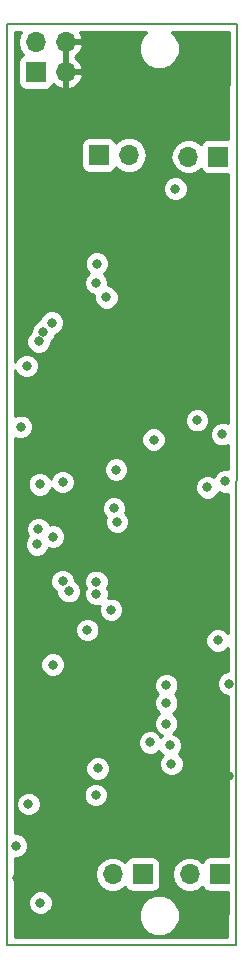
<source format=gbr>
G04 #@! TF.GenerationSoftware,KiCad,Pcbnew,5.0.2-bee76a0~70~ubuntu18.04.1*
G04 #@! TF.CreationDate,2019-12-03T11:06:18+01:00*
G04 #@! TF.ProjectId,instrumnet,696e7374-7275-46d6-9e65-742e6b696361,rev?*
G04 #@! TF.SameCoordinates,Original*
G04 #@! TF.FileFunction,Copper,L2,Inr*
G04 #@! TF.FilePolarity,Positive*
%FSLAX46Y46*%
G04 Gerber Fmt 4.6, Leading zero omitted, Abs format (unit mm)*
G04 Created by KiCad (PCBNEW 5.0.2-bee76a0~70~ubuntu18.04.1) date Tue 03 Dec 2019 11:06:18 AM CET*
%MOMM*%
%LPD*%
G01*
G04 APERTURE LIST*
G04 #@! TA.AperFunction,NonConductor*
%ADD10C,0.150000*%
G04 #@! TD*
G04 #@! TA.AperFunction,ViaPad*
%ADD11R,1.700000X1.700000*%
G04 #@! TD*
G04 #@! TA.AperFunction,ViaPad*
%ADD12O,1.700000X1.700000*%
G04 #@! TD*
G04 #@! TA.AperFunction,ViaPad*
%ADD13C,0.800000*%
G04 #@! TD*
G04 #@! TA.AperFunction,Conductor*
%ADD14C,0.254000*%
G04 #@! TD*
G04 APERTURE END LIST*
D10*
X125000000Y-64000000D02*
X144500000Y-64000000D01*
X125000000Y-142000000D02*
X125000000Y-64000000D01*
X144400000Y-142000000D02*
X125000000Y-142000000D01*
X144500000Y-64000000D02*
X144400000Y-142000000D01*
D11*
G04 #@! TO.N,/in+*
G04 #@! TO.C,458_IN1*
X132810000Y-75110000D03*
D12*
G04 #@! TO.N,/in-*
X135350000Y-75110000D03*
G04 #@! TD*
G04 #@! TO.N,/out-*
G04 #@! TO.C,485_OUT1*
X140380000Y-75240000D03*
D11*
G04 #@! TO.N,/out+*
X142920000Y-75240000D03*
G04 #@! TD*
D12*
G04 #@! TO.N,GND*
G04 #@! TO.C,J1*
X130000000Y-65540000D03*
X130000000Y-68080000D03*
G04 #@! TO.N,Net-(D7-Pad1)*
X127460000Y-65540000D03*
D11*
X127460000Y-68080000D03*
G04 #@! TD*
G04 #@! TO.N,Net-(D2-Pad2)*
G04 #@! TO.C,J3*
X143040000Y-136000000D03*
D12*
G04 #@! TO.N,Net-(D2-Pad1)*
X140500000Y-136000000D03*
G04 #@! TD*
G04 #@! TO.N,Net-(D1-Pad1)*
G04 #@! TO.C,J2*
X133960000Y-136000000D03*
D11*
G04 #@! TO.N,Net-(D1-Pad2)*
X136500000Y-136000000D03*
G04 #@! TD*
D13*
G04 #@! TO.N,GND*
X138589855Y-101975010D03*
X125850000Y-136300000D03*
X142859849Y-114710000D03*
X135115000Y-116010000D03*
X137090000Y-92920000D03*
X140780000Y-92870000D03*
X135420000Y-68910000D03*
X140090000Y-68030000D03*
X138110000Y-128550000D03*
X138500009Y-130000008D03*
X138610000Y-115477136D03*
X131100000Y-81500000D03*
X128630000Y-81500000D03*
X128572875Y-83077214D03*
X128700010Y-79759758D03*
X127350000Y-79544998D03*
X127300000Y-83295002D03*
X131270000Y-83030000D03*
X131141408Y-79717897D03*
X126090000Y-105000000D03*
X126990000Y-105010000D03*
X127900000Y-105000000D03*
X126087050Y-81266858D03*
X143825000Y-127649998D03*
X128495403Y-113036994D03*
X135890000Y-78150000D03*
X137920000Y-75680000D03*
X140417390Y-115800860D03*
X128016000Y-121412000D03*
X128900010Y-101200000D03*
X129000000Y-85700000D03*
X130100000Y-93300000D03*
X131300000Y-123600000D03*
X132430000Y-131080000D03*
X131310000Y-120110000D03*
G04 #@! TO.N,+3V3*
X141120000Y-97570000D03*
X137430000Y-99200000D03*
X138950000Y-126660000D03*
X126180000Y-98120000D03*
X132700000Y-127050000D03*
X128900000Y-107420000D03*
X129730000Y-102800000D03*
X127862000Y-138412000D03*
X126840000Y-130060000D03*
X125775000Y-133586000D03*
X126699990Y-92964999D03*
X127680000Y-106775000D03*
X127560000Y-108080000D03*
G04 #@! TO.N,+5V*
X139280000Y-77960000D03*
X133450000Y-87170000D03*
X132570000Y-85950000D03*
X128800000Y-89300000D03*
X132630000Y-84300000D03*
X127800000Y-103000000D03*
X127700000Y-90900000D03*
X128100000Y-90100000D03*
G04 #@! TO.N,Net-(C4-Pad2)*
X143823515Y-119869562D03*
G04 #@! TO.N,Net-(C4-Pad1)*
X138800000Y-125080000D03*
G04 #@! TO.N,Net-(C3-Pad2)*
X137140002Y-124850000D03*
G04 #@! TO.N,Net-(C3-Pad1)*
X132545010Y-129290000D03*
G04 #@! TO.N,rxd_3v3*
X129725447Y-111188387D03*
X132589221Y-111248571D03*
G04 #@! TO.N,txd_3v3*
X130243232Y-112045842D03*
X132593265Y-112250000D03*
G04 #@! TO.N,do*
X138500000Y-120000000D03*
G04 #@! TO.N,cs_1*
X138500000Y-123250000D03*
G04 #@! TO.N,cs_0*
X138500000Y-121500000D03*
G04 #@! TO.N,sck*
X142000000Y-103250000D03*
G04 #@! TO.N,miso*
X143250000Y-98750000D03*
G04 #@! TO.N,mosi*
X143500000Y-102750000D03*
G04 #@! TO.N,reset*
X131820000Y-115320000D03*
X142864135Y-116210245D03*
X128890000Y-118250000D03*
G04 #@! TO.N,Net-(TP4-Pad1)*
X134348801Y-106158752D03*
G04 #@! TO.N,Net-(TP3-Pad1)*
X134077813Y-105021443D03*
G04 #@! TO.N,Net-(TP2-Pad1)*
X134250022Y-101739827D03*
G04 #@! TO.N,led*
X133840000Y-113620000D03*
G04 #@! TD*
D14*
G04 #@! TO.N,GND*
G36*
X126061161Y-64960582D02*
X125945908Y-65540000D01*
X126061161Y-66119418D01*
X126389375Y-66610625D01*
X126407619Y-66622816D01*
X126362235Y-66631843D01*
X126152191Y-66772191D01*
X126011843Y-66982235D01*
X125962560Y-67230000D01*
X125962560Y-68930000D01*
X126011843Y-69177765D01*
X126152191Y-69387809D01*
X126362235Y-69528157D01*
X126610000Y-69577440D01*
X128310000Y-69577440D01*
X128557765Y-69528157D01*
X128767809Y-69387809D01*
X128908157Y-69177765D01*
X128928739Y-69074292D01*
X129233076Y-69351645D01*
X129643110Y-69521476D01*
X129873000Y-69400155D01*
X129873000Y-68207000D01*
X130127000Y-68207000D01*
X130127000Y-69400155D01*
X130356890Y-69521476D01*
X130766924Y-69351645D01*
X131195183Y-68961358D01*
X131441486Y-68436892D01*
X131320819Y-68207000D01*
X130127000Y-68207000D01*
X129873000Y-68207000D01*
X129853000Y-68207000D01*
X129853000Y-67953000D01*
X129873000Y-67953000D01*
X129873000Y-65667000D01*
X130127000Y-65667000D01*
X130127000Y-67953000D01*
X131320819Y-67953000D01*
X131441486Y-67723108D01*
X131195183Y-67198642D01*
X130768729Y-66810000D01*
X131195183Y-66421358D01*
X131441486Y-65896892D01*
X131320819Y-65667000D01*
X130127000Y-65667000D01*
X129873000Y-65667000D01*
X129853000Y-65667000D01*
X129853000Y-65413000D01*
X129873000Y-65413000D01*
X129873000Y-65393000D01*
X130127000Y-65393000D01*
X130127000Y-65413000D01*
X131320819Y-65413000D01*
X131441486Y-65183108D01*
X131219302Y-64710000D01*
X136836339Y-64710000D01*
X136429138Y-65117201D01*
X136165000Y-65754887D01*
X136165000Y-66445113D01*
X136429138Y-67082799D01*
X136917201Y-67570862D01*
X137554887Y-67835000D01*
X138245113Y-67835000D01*
X138882799Y-67570862D01*
X139370862Y-67082799D01*
X139635000Y-66445113D01*
X139635000Y-65754887D01*
X139370862Y-65117201D01*
X138963661Y-64710000D01*
X143789090Y-64710000D01*
X143777508Y-73744053D01*
X143770000Y-73742560D01*
X142070000Y-73742560D01*
X141822235Y-73791843D01*
X141612191Y-73932191D01*
X141471843Y-74142235D01*
X141462816Y-74187619D01*
X141450625Y-74169375D01*
X140959418Y-73841161D01*
X140526256Y-73755000D01*
X140233744Y-73755000D01*
X139800582Y-73841161D01*
X139309375Y-74169375D01*
X138981161Y-74660582D01*
X138865908Y-75240000D01*
X138981161Y-75819418D01*
X139309375Y-76310625D01*
X139800582Y-76638839D01*
X140233744Y-76725000D01*
X140526256Y-76725000D01*
X140959418Y-76638839D01*
X141450625Y-76310625D01*
X141462816Y-76292381D01*
X141471843Y-76337765D01*
X141612191Y-76547809D01*
X141822235Y-76688157D01*
X142070000Y-76737440D01*
X143770000Y-76737440D01*
X143773671Y-76736710D01*
X143746621Y-97835431D01*
X143455874Y-97715000D01*
X143044126Y-97715000D01*
X142663720Y-97872569D01*
X142372569Y-98163720D01*
X142215000Y-98544126D01*
X142215000Y-98955874D01*
X142372569Y-99336280D01*
X142663720Y-99627431D01*
X143044126Y-99785000D01*
X143455874Y-99785000D01*
X143744275Y-99665541D01*
X143741628Y-101729810D01*
X143705874Y-101715000D01*
X143294126Y-101715000D01*
X142913720Y-101872569D01*
X142622569Y-102163720D01*
X142543415Y-102354814D01*
X142205874Y-102215000D01*
X141794126Y-102215000D01*
X141413720Y-102372569D01*
X141122569Y-102663720D01*
X140965000Y-103044126D01*
X140965000Y-103455874D01*
X141122569Y-103836280D01*
X141413720Y-104127431D01*
X141794126Y-104285000D01*
X142205874Y-104285000D01*
X142586280Y-104127431D01*
X142877431Y-103836280D01*
X142956585Y-103645186D01*
X143294126Y-103785000D01*
X143705874Y-103785000D01*
X143739011Y-103771274D01*
X143723838Y-115606237D01*
X143450415Y-115332814D01*
X143070009Y-115175245D01*
X142658261Y-115175245D01*
X142277855Y-115332814D01*
X141986704Y-115623965D01*
X141829135Y-116004371D01*
X141829135Y-116416119D01*
X141986704Y-116796525D01*
X142277855Y-117087676D01*
X142658261Y-117245245D01*
X143070009Y-117245245D01*
X143450415Y-117087676D01*
X143722287Y-116815804D01*
X143719699Y-118834562D01*
X143617641Y-118834562D01*
X143237235Y-118992131D01*
X142946084Y-119283282D01*
X142788515Y-119663688D01*
X142788515Y-120075436D01*
X142946084Y-120455842D01*
X143237235Y-120746993D01*
X143617641Y-120904562D01*
X143717045Y-120904562D01*
X143699612Y-134502560D01*
X142190000Y-134502560D01*
X141942235Y-134551843D01*
X141732191Y-134692191D01*
X141591843Y-134902235D01*
X141582816Y-134947619D01*
X141570625Y-134929375D01*
X141079418Y-134601161D01*
X140646256Y-134515000D01*
X140353744Y-134515000D01*
X139920582Y-134601161D01*
X139429375Y-134929375D01*
X139101161Y-135420582D01*
X138985908Y-136000000D01*
X139101161Y-136579418D01*
X139429375Y-137070625D01*
X139920582Y-137398839D01*
X140353744Y-137485000D01*
X140646256Y-137485000D01*
X141079418Y-137398839D01*
X141570625Y-137070625D01*
X141582816Y-137052381D01*
X141591843Y-137097765D01*
X141732191Y-137307809D01*
X141942235Y-137448157D01*
X142190000Y-137497440D01*
X143695772Y-137497440D01*
X143690910Y-141290000D01*
X125710000Y-141290000D01*
X125710000Y-138206126D01*
X126827000Y-138206126D01*
X126827000Y-138617874D01*
X126984569Y-138998280D01*
X127275720Y-139289431D01*
X127656126Y-139447000D01*
X128067874Y-139447000D01*
X128448280Y-139289431D01*
X128582824Y-139154887D01*
X136165000Y-139154887D01*
X136165000Y-139845113D01*
X136429138Y-140482799D01*
X136917201Y-140970862D01*
X137554887Y-141235000D01*
X138245113Y-141235000D01*
X138882799Y-140970862D01*
X139370862Y-140482799D01*
X139635000Y-139845113D01*
X139635000Y-139154887D01*
X139370862Y-138517201D01*
X138882799Y-138029138D01*
X138245113Y-137765000D01*
X137554887Y-137765000D01*
X136917201Y-138029138D01*
X136429138Y-138517201D01*
X136165000Y-139154887D01*
X128582824Y-139154887D01*
X128739431Y-138998280D01*
X128897000Y-138617874D01*
X128897000Y-138206126D01*
X128739431Y-137825720D01*
X128448280Y-137534569D01*
X128067874Y-137377000D01*
X127656126Y-137377000D01*
X127275720Y-137534569D01*
X126984569Y-137825720D01*
X126827000Y-138206126D01*
X125710000Y-138206126D01*
X125710000Y-136000000D01*
X132445908Y-136000000D01*
X132561161Y-136579418D01*
X132889375Y-137070625D01*
X133380582Y-137398839D01*
X133813744Y-137485000D01*
X134106256Y-137485000D01*
X134539418Y-137398839D01*
X135030625Y-137070625D01*
X135042816Y-137052381D01*
X135051843Y-137097765D01*
X135192191Y-137307809D01*
X135402235Y-137448157D01*
X135650000Y-137497440D01*
X137350000Y-137497440D01*
X137597765Y-137448157D01*
X137807809Y-137307809D01*
X137948157Y-137097765D01*
X137997440Y-136850000D01*
X137997440Y-135150000D01*
X137948157Y-134902235D01*
X137807809Y-134692191D01*
X137597765Y-134551843D01*
X137350000Y-134502560D01*
X135650000Y-134502560D01*
X135402235Y-134551843D01*
X135192191Y-134692191D01*
X135051843Y-134902235D01*
X135042816Y-134947619D01*
X135030625Y-134929375D01*
X134539418Y-134601161D01*
X134106256Y-134515000D01*
X133813744Y-134515000D01*
X133380582Y-134601161D01*
X132889375Y-134929375D01*
X132561161Y-135420582D01*
X132445908Y-136000000D01*
X125710000Y-136000000D01*
X125710000Y-134621000D01*
X125980874Y-134621000D01*
X126361280Y-134463431D01*
X126652431Y-134172280D01*
X126810000Y-133791874D01*
X126810000Y-133380126D01*
X126652431Y-132999720D01*
X126361280Y-132708569D01*
X125980874Y-132551000D01*
X125710000Y-132551000D01*
X125710000Y-129854126D01*
X125805000Y-129854126D01*
X125805000Y-130265874D01*
X125962569Y-130646280D01*
X126253720Y-130937431D01*
X126634126Y-131095000D01*
X127045874Y-131095000D01*
X127426280Y-130937431D01*
X127717431Y-130646280D01*
X127875000Y-130265874D01*
X127875000Y-129854126D01*
X127717431Y-129473720D01*
X127426280Y-129182569D01*
X127188618Y-129084126D01*
X131510010Y-129084126D01*
X131510010Y-129495874D01*
X131667579Y-129876280D01*
X131958730Y-130167431D01*
X132339136Y-130325000D01*
X132750884Y-130325000D01*
X133131290Y-130167431D01*
X133422441Y-129876280D01*
X133580010Y-129495874D01*
X133580010Y-129084126D01*
X133422441Y-128703720D01*
X133131290Y-128412569D01*
X132750884Y-128255000D01*
X132339136Y-128255000D01*
X131958730Y-128412569D01*
X131667579Y-128703720D01*
X131510010Y-129084126D01*
X127188618Y-129084126D01*
X127045874Y-129025000D01*
X126634126Y-129025000D01*
X126253720Y-129182569D01*
X125962569Y-129473720D01*
X125805000Y-129854126D01*
X125710000Y-129854126D01*
X125710000Y-126844126D01*
X131665000Y-126844126D01*
X131665000Y-127255874D01*
X131822569Y-127636280D01*
X132113720Y-127927431D01*
X132494126Y-128085000D01*
X132905874Y-128085000D01*
X133286280Y-127927431D01*
X133577431Y-127636280D01*
X133735000Y-127255874D01*
X133735000Y-126844126D01*
X133577431Y-126463720D01*
X133286280Y-126172569D01*
X132905874Y-126015000D01*
X132494126Y-126015000D01*
X132113720Y-126172569D01*
X131822569Y-126463720D01*
X131665000Y-126844126D01*
X125710000Y-126844126D01*
X125710000Y-124644126D01*
X136105002Y-124644126D01*
X136105002Y-125055874D01*
X136262571Y-125436280D01*
X136553722Y-125727431D01*
X136934128Y-125885000D01*
X137345876Y-125885000D01*
X137726282Y-125727431D01*
X137882989Y-125570724D01*
X137922569Y-125666280D01*
X138201289Y-125945000D01*
X138072569Y-126073720D01*
X137915000Y-126454126D01*
X137915000Y-126865874D01*
X138072569Y-127246280D01*
X138363720Y-127537431D01*
X138744126Y-127695000D01*
X139155874Y-127695000D01*
X139536280Y-127537431D01*
X139827431Y-127246280D01*
X139985000Y-126865874D01*
X139985000Y-126454126D01*
X139827431Y-126073720D01*
X139548711Y-125795000D01*
X139677431Y-125666280D01*
X139835000Y-125285874D01*
X139835000Y-124874126D01*
X139677431Y-124493720D01*
X139386280Y-124202569D01*
X139121017Y-124092694D01*
X139377431Y-123836280D01*
X139535000Y-123455874D01*
X139535000Y-123044126D01*
X139377431Y-122663720D01*
X139088711Y-122375000D01*
X139377431Y-122086280D01*
X139535000Y-121705874D01*
X139535000Y-121294126D01*
X139377431Y-120913720D01*
X139213711Y-120750000D01*
X139377431Y-120586280D01*
X139535000Y-120205874D01*
X139535000Y-119794126D01*
X139377431Y-119413720D01*
X139086280Y-119122569D01*
X138705874Y-118965000D01*
X138294126Y-118965000D01*
X137913720Y-119122569D01*
X137622569Y-119413720D01*
X137465000Y-119794126D01*
X137465000Y-120205874D01*
X137622569Y-120586280D01*
X137786289Y-120750000D01*
X137622569Y-120913720D01*
X137465000Y-121294126D01*
X137465000Y-121705874D01*
X137622569Y-122086280D01*
X137911289Y-122375000D01*
X137622569Y-122663720D01*
X137465000Y-123044126D01*
X137465000Y-123455874D01*
X137622569Y-123836280D01*
X137913720Y-124127431D01*
X138178983Y-124237306D01*
X138057013Y-124359276D01*
X138017433Y-124263720D01*
X137726282Y-123972569D01*
X137345876Y-123815000D01*
X136934128Y-123815000D01*
X136553722Y-123972569D01*
X136262571Y-124263720D01*
X136105002Y-124644126D01*
X125710000Y-124644126D01*
X125710000Y-118044126D01*
X127855000Y-118044126D01*
X127855000Y-118455874D01*
X128012569Y-118836280D01*
X128303720Y-119127431D01*
X128684126Y-119285000D01*
X129095874Y-119285000D01*
X129476280Y-119127431D01*
X129767431Y-118836280D01*
X129925000Y-118455874D01*
X129925000Y-118044126D01*
X129767431Y-117663720D01*
X129476280Y-117372569D01*
X129095874Y-117215000D01*
X128684126Y-117215000D01*
X128303720Y-117372569D01*
X128012569Y-117663720D01*
X127855000Y-118044126D01*
X125710000Y-118044126D01*
X125710000Y-115114126D01*
X130785000Y-115114126D01*
X130785000Y-115525874D01*
X130942569Y-115906280D01*
X131233720Y-116197431D01*
X131614126Y-116355000D01*
X132025874Y-116355000D01*
X132406280Y-116197431D01*
X132697431Y-115906280D01*
X132855000Y-115525874D01*
X132855000Y-115114126D01*
X132697431Y-114733720D01*
X132406280Y-114442569D01*
X132025874Y-114285000D01*
X131614126Y-114285000D01*
X131233720Y-114442569D01*
X130942569Y-114733720D01*
X130785000Y-115114126D01*
X125710000Y-115114126D01*
X125710000Y-110982513D01*
X128690447Y-110982513D01*
X128690447Y-111394261D01*
X128848016Y-111774667D01*
X129139167Y-112065818D01*
X129208232Y-112094426D01*
X129208232Y-112251716D01*
X129365801Y-112632122D01*
X129656952Y-112923273D01*
X130037358Y-113080842D01*
X130449106Y-113080842D01*
X130829512Y-112923273D01*
X131120663Y-112632122D01*
X131278232Y-112251716D01*
X131278232Y-111839968D01*
X131120663Y-111459562D01*
X130829512Y-111168411D01*
X130760447Y-111139803D01*
X130760447Y-111042697D01*
X131554221Y-111042697D01*
X131554221Y-111454445D01*
X131678370Y-111754167D01*
X131558265Y-112044126D01*
X131558265Y-112455874D01*
X131715834Y-112836280D01*
X132006985Y-113127431D01*
X132387391Y-113285000D01*
X132799139Y-113285000D01*
X132870777Y-113255327D01*
X132805000Y-113414126D01*
X132805000Y-113825874D01*
X132962569Y-114206280D01*
X133253720Y-114497431D01*
X133634126Y-114655000D01*
X134045874Y-114655000D01*
X134426280Y-114497431D01*
X134717431Y-114206280D01*
X134875000Y-113825874D01*
X134875000Y-113414126D01*
X134717431Y-113033720D01*
X134426280Y-112742569D01*
X134045874Y-112585000D01*
X133634126Y-112585000D01*
X133562488Y-112614673D01*
X133628265Y-112455874D01*
X133628265Y-112044126D01*
X133504116Y-111744404D01*
X133624221Y-111454445D01*
X133624221Y-111042697D01*
X133466652Y-110662291D01*
X133175501Y-110371140D01*
X132795095Y-110213571D01*
X132383347Y-110213571D01*
X132002941Y-110371140D01*
X131711790Y-110662291D01*
X131554221Y-111042697D01*
X130760447Y-111042697D01*
X130760447Y-110982513D01*
X130602878Y-110602107D01*
X130311727Y-110310956D01*
X129931321Y-110153387D01*
X129519573Y-110153387D01*
X129139167Y-110310956D01*
X128848016Y-110602107D01*
X128690447Y-110982513D01*
X125710000Y-110982513D01*
X125710000Y-107874126D01*
X126525000Y-107874126D01*
X126525000Y-108285874D01*
X126682569Y-108666280D01*
X126973720Y-108957431D01*
X127354126Y-109115000D01*
X127765874Y-109115000D01*
X128146280Y-108957431D01*
X128437431Y-108666280D01*
X128549722Y-108395186D01*
X128694126Y-108455000D01*
X129105874Y-108455000D01*
X129486280Y-108297431D01*
X129777431Y-108006280D01*
X129935000Y-107625874D01*
X129935000Y-107214126D01*
X129777431Y-106833720D01*
X129486280Y-106542569D01*
X129105874Y-106385000D01*
X128694126Y-106385000D01*
X128646845Y-106404584D01*
X128557431Y-106188720D01*
X128266280Y-105897569D01*
X127885874Y-105740000D01*
X127474126Y-105740000D01*
X127093720Y-105897569D01*
X126802569Y-106188720D01*
X126645000Y-106569126D01*
X126645000Y-106980874D01*
X126802569Y-107361280D01*
X126808789Y-107367500D01*
X126682569Y-107493720D01*
X126525000Y-107874126D01*
X125710000Y-107874126D01*
X125710000Y-104815569D01*
X133042813Y-104815569D01*
X133042813Y-105227317D01*
X133200382Y-105607723D01*
X133381675Y-105789016D01*
X133313801Y-105952878D01*
X133313801Y-106364626D01*
X133471370Y-106745032D01*
X133762521Y-107036183D01*
X134142927Y-107193752D01*
X134554675Y-107193752D01*
X134935081Y-107036183D01*
X135226232Y-106745032D01*
X135383801Y-106364626D01*
X135383801Y-105952878D01*
X135226232Y-105572472D01*
X135044939Y-105391179D01*
X135112813Y-105227317D01*
X135112813Y-104815569D01*
X134955244Y-104435163D01*
X134664093Y-104144012D01*
X134283687Y-103986443D01*
X133871939Y-103986443D01*
X133491533Y-104144012D01*
X133200382Y-104435163D01*
X133042813Y-104815569D01*
X125710000Y-104815569D01*
X125710000Y-102794126D01*
X126765000Y-102794126D01*
X126765000Y-103205874D01*
X126922569Y-103586280D01*
X127213720Y-103877431D01*
X127594126Y-104035000D01*
X128005874Y-104035000D01*
X128386280Y-103877431D01*
X128677431Y-103586280D01*
X128806421Y-103274869D01*
X128852569Y-103386280D01*
X129143720Y-103677431D01*
X129524126Y-103835000D01*
X129935874Y-103835000D01*
X130316280Y-103677431D01*
X130607431Y-103386280D01*
X130765000Y-103005874D01*
X130765000Y-102594126D01*
X130607431Y-102213720D01*
X130316280Y-101922569D01*
X129935874Y-101765000D01*
X129524126Y-101765000D01*
X129143720Y-101922569D01*
X128852569Y-102213720D01*
X128723579Y-102525131D01*
X128677431Y-102413720D01*
X128386280Y-102122569D01*
X128005874Y-101965000D01*
X127594126Y-101965000D01*
X127213720Y-102122569D01*
X126922569Y-102413720D01*
X126765000Y-102794126D01*
X125710000Y-102794126D01*
X125710000Y-101533953D01*
X133215022Y-101533953D01*
X133215022Y-101945701D01*
X133372591Y-102326107D01*
X133663742Y-102617258D01*
X134044148Y-102774827D01*
X134455896Y-102774827D01*
X134836302Y-102617258D01*
X135127453Y-102326107D01*
X135285022Y-101945701D01*
X135285022Y-101533953D01*
X135127453Y-101153547D01*
X134836302Y-100862396D01*
X134455896Y-100704827D01*
X134044148Y-100704827D01*
X133663742Y-100862396D01*
X133372591Y-101153547D01*
X133215022Y-101533953D01*
X125710000Y-101533953D01*
X125710000Y-99045596D01*
X125974126Y-99155000D01*
X126385874Y-99155000D01*
X126766280Y-98997431D01*
X126769585Y-98994126D01*
X136395000Y-98994126D01*
X136395000Y-99405874D01*
X136552569Y-99786280D01*
X136843720Y-100077431D01*
X137224126Y-100235000D01*
X137635874Y-100235000D01*
X138016280Y-100077431D01*
X138307431Y-99786280D01*
X138465000Y-99405874D01*
X138465000Y-98994126D01*
X138307431Y-98613720D01*
X138016280Y-98322569D01*
X137635874Y-98165000D01*
X137224126Y-98165000D01*
X136843720Y-98322569D01*
X136552569Y-98613720D01*
X136395000Y-98994126D01*
X126769585Y-98994126D01*
X127057431Y-98706280D01*
X127215000Y-98325874D01*
X127215000Y-97914126D01*
X127057431Y-97533720D01*
X126887837Y-97364126D01*
X140085000Y-97364126D01*
X140085000Y-97775874D01*
X140242569Y-98156280D01*
X140533720Y-98447431D01*
X140914126Y-98605000D01*
X141325874Y-98605000D01*
X141706280Y-98447431D01*
X141997431Y-98156280D01*
X142155000Y-97775874D01*
X142155000Y-97364126D01*
X141997431Y-96983720D01*
X141706280Y-96692569D01*
X141325874Y-96535000D01*
X140914126Y-96535000D01*
X140533720Y-96692569D01*
X140242569Y-96983720D01*
X140085000Y-97364126D01*
X126887837Y-97364126D01*
X126766280Y-97242569D01*
X126385874Y-97085000D01*
X125974126Y-97085000D01*
X125710000Y-97194404D01*
X125710000Y-93279537D01*
X125822559Y-93551279D01*
X126113710Y-93842430D01*
X126494116Y-93999999D01*
X126905864Y-93999999D01*
X127286270Y-93842430D01*
X127577421Y-93551279D01*
X127734990Y-93170873D01*
X127734990Y-92759125D01*
X127577421Y-92378719D01*
X127286270Y-92087568D01*
X126905864Y-91929999D01*
X126494116Y-91929999D01*
X126113710Y-92087568D01*
X125822559Y-92378719D01*
X125710000Y-92650461D01*
X125710000Y-90694126D01*
X126665000Y-90694126D01*
X126665000Y-91105874D01*
X126822569Y-91486280D01*
X127113720Y-91777431D01*
X127494126Y-91935000D01*
X127905874Y-91935000D01*
X128286280Y-91777431D01*
X128577431Y-91486280D01*
X128735000Y-91105874D01*
X128735000Y-90928711D01*
X128977431Y-90686280D01*
X129135000Y-90305874D01*
X129135000Y-90281514D01*
X129386280Y-90177431D01*
X129677431Y-89886280D01*
X129835000Y-89505874D01*
X129835000Y-89094126D01*
X129677431Y-88713720D01*
X129386280Y-88422569D01*
X129005874Y-88265000D01*
X128594126Y-88265000D01*
X128213720Y-88422569D01*
X127922569Y-88713720D01*
X127765000Y-89094126D01*
X127765000Y-89118486D01*
X127513720Y-89222569D01*
X127222569Y-89513720D01*
X127065000Y-89894126D01*
X127065000Y-90071289D01*
X126822569Y-90313720D01*
X126665000Y-90694126D01*
X125710000Y-90694126D01*
X125710000Y-85744126D01*
X131535000Y-85744126D01*
X131535000Y-86155874D01*
X131692569Y-86536280D01*
X131983720Y-86827431D01*
X132364126Y-86985000D01*
X132415000Y-86985000D01*
X132415000Y-87375874D01*
X132572569Y-87756280D01*
X132863720Y-88047431D01*
X133244126Y-88205000D01*
X133655874Y-88205000D01*
X134036280Y-88047431D01*
X134327431Y-87756280D01*
X134485000Y-87375874D01*
X134485000Y-86964126D01*
X134327431Y-86583720D01*
X134036280Y-86292569D01*
X133655874Y-86135000D01*
X133605000Y-86135000D01*
X133605000Y-85744126D01*
X133447431Y-85363720D01*
X133238711Y-85155000D01*
X133507431Y-84886280D01*
X133665000Y-84505874D01*
X133665000Y-84094126D01*
X133507431Y-83713720D01*
X133216280Y-83422569D01*
X132835874Y-83265000D01*
X132424126Y-83265000D01*
X132043720Y-83422569D01*
X131752569Y-83713720D01*
X131595000Y-84094126D01*
X131595000Y-84505874D01*
X131752569Y-84886280D01*
X131961289Y-85095000D01*
X131692569Y-85363720D01*
X131535000Y-85744126D01*
X125710000Y-85744126D01*
X125710000Y-77754126D01*
X138245000Y-77754126D01*
X138245000Y-78165874D01*
X138402569Y-78546280D01*
X138693720Y-78837431D01*
X139074126Y-78995000D01*
X139485874Y-78995000D01*
X139866280Y-78837431D01*
X140157431Y-78546280D01*
X140315000Y-78165874D01*
X140315000Y-77754126D01*
X140157431Y-77373720D01*
X139866280Y-77082569D01*
X139485874Y-76925000D01*
X139074126Y-76925000D01*
X138693720Y-77082569D01*
X138402569Y-77373720D01*
X138245000Y-77754126D01*
X125710000Y-77754126D01*
X125710000Y-74260000D01*
X131312560Y-74260000D01*
X131312560Y-75960000D01*
X131361843Y-76207765D01*
X131502191Y-76417809D01*
X131712235Y-76558157D01*
X131960000Y-76607440D01*
X133660000Y-76607440D01*
X133907765Y-76558157D01*
X134117809Y-76417809D01*
X134258157Y-76207765D01*
X134267184Y-76162381D01*
X134279375Y-76180625D01*
X134770582Y-76508839D01*
X135203744Y-76595000D01*
X135496256Y-76595000D01*
X135929418Y-76508839D01*
X136420625Y-76180625D01*
X136748839Y-75689418D01*
X136864092Y-75110000D01*
X136748839Y-74530582D01*
X136420625Y-74039375D01*
X135929418Y-73711161D01*
X135496256Y-73625000D01*
X135203744Y-73625000D01*
X134770582Y-73711161D01*
X134279375Y-74039375D01*
X134267184Y-74057619D01*
X134258157Y-74012235D01*
X134117809Y-73802191D01*
X133907765Y-73661843D01*
X133660000Y-73612560D01*
X131960000Y-73612560D01*
X131712235Y-73661843D01*
X131502191Y-73802191D01*
X131361843Y-74012235D01*
X131312560Y-74260000D01*
X125710000Y-74260000D01*
X125710000Y-64710000D01*
X126228595Y-64710000D01*
X126061161Y-64960582D01*
X126061161Y-64960582D01*
G37*
X126061161Y-64960582D02*
X125945908Y-65540000D01*
X126061161Y-66119418D01*
X126389375Y-66610625D01*
X126407619Y-66622816D01*
X126362235Y-66631843D01*
X126152191Y-66772191D01*
X126011843Y-66982235D01*
X125962560Y-67230000D01*
X125962560Y-68930000D01*
X126011843Y-69177765D01*
X126152191Y-69387809D01*
X126362235Y-69528157D01*
X126610000Y-69577440D01*
X128310000Y-69577440D01*
X128557765Y-69528157D01*
X128767809Y-69387809D01*
X128908157Y-69177765D01*
X128928739Y-69074292D01*
X129233076Y-69351645D01*
X129643110Y-69521476D01*
X129873000Y-69400155D01*
X129873000Y-68207000D01*
X130127000Y-68207000D01*
X130127000Y-69400155D01*
X130356890Y-69521476D01*
X130766924Y-69351645D01*
X131195183Y-68961358D01*
X131441486Y-68436892D01*
X131320819Y-68207000D01*
X130127000Y-68207000D01*
X129873000Y-68207000D01*
X129853000Y-68207000D01*
X129853000Y-67953000D01*
X129873000Y-67953000D01*
X129873000Y-65667000D01*
X130127000Y-65667000D01*
X130127000Y-67953000D01*
X131320819Y-67953000D01*
X131441486Y-67723108D01*
X131195183Y-67198642D01*
X130768729Y-66810000D01*
X131195183Y-66421358D01*
X131441486Y-65896892D01*
X131320819Y-65667000D01*
X130127000Y-65667000D01*
X129873000Y-65667000D01*
X129853000Y-65667000D01*
X129853000Y-65413000D01*
X129873000Y-65413000D01*
X129873000Y-65393000D01*
X130127000Y-65393000D01*
X130127000Y-65413000D01*
X131320819Y-65413000D01*
X131441486Y-65183108D01*
X131219302Y-64710000D01*
X136836339Y-64710000D01*
X136429138Y-65117201D01*
X136165000Y-65754887D01*
X136165000Y-66445113D01*
X136429138Y-67082799D01*
X136917201Y-67570862D01*
X137554887Y-67835000D01*
X138245113Y-67835000D01*
X138882799Y-67570862D01*
X139370862Y-67082799D01*
X139635000Y-66445113D01*
X139635000Y-65754887D01*
X139370862Y-65117201D01*
X138963661Y-64710000D01*
X143789090Y-64710000D01*
X143777508Y-73744053D01*
X143770000Y-73742560D01*
X142070000Y-73742560D01*
X141822235Y-73791843D01*
X141612191Y-73932191D01*
X141471843Y-74142235D01*
X141462816Y-74187619D01*
X141450625Y-74169375D01*
X140959418Y-73841161D01*
X140526256Y-73755000D01*
X140233744Y-73755000D01*
X139800582Y-73841161D01*
X139309375Y-74169375D01*
X138981161Y-74660582D01*
X138865908Y-75240000D01*
X138981161Y-75819418D01*
X139309375Y-76310625D01*
X139800582Y-76638839D01*
X140233744Y-76725000D01*
X140526256Y-76725000D01*
X140959418Y-76638839D01*
X141450625Y-76310625D01*
X141462816Y-76292381D01*
X141471843Y-76337765D01*
X141612191Y-76547809D01*
X141822235Y-76688157D01*
X142070000Y-76737440D01*
X143770000Y-76737440D01*
X143773671Y-76736710D01*
X143746621Y-97835431D01*
X143455874Y-97715000D01*
X143044126Y-97715000D01*
X142663720Y-97872569D01*
X142372569Y-98163720D01*
X142215000Y-98544126D01*
X142215000Y-98955874D01*
X142372569Y-99336280D01*
X142663720Y-99627431D01*
X143044126Y-99785000D01*
X143455874Y-99785000D01*
X143744275Y-99665541D01*
X143741628Y-101729810D01*
X143705874Y-101715000D01*
X143294126Y-101715000D01*
X142913720Y-101872569D01*
X142622569Y-102163720D01*
X142543415Y-102354814D01*
X142205874Y-102215000D01*
X141794126Y-102215000D01*
X141413720Y-102372569D01*
X141122569Y-102663720D01*
X140965000Y-103044126D01*
X140965000Y-103455874D01*
X141122569Y-103836280D01*
X141413720Y-104127431D01*
X141794126Y-104285000D01*
X142205874Y-104285000D01*
X142586280Y-104127431D01*
X142877431Y-103836280D01*
X142956585Y-103645186D01*
X143294126Y-103785000D01*
X143705874Y-103785000D01*
X143739011Y-103771274D01*
X143723838Y-115606237D01*
X143450415Y-115332814D01*
X143070009Y-115175245D01*
X142658261Y-115175245D01*
X142277855Y-115332814D01*
X141986704Y-115623965D01*
X141829135Y-116004371D01*
X141829135Y-116416119D01*
X141986704Y-116796525D01*
X142277855Y-117087676D01*
X142658261Y-117245245D01*
X143070009Y-117245245D01*
X143450415Y-117087676D01*
X143722287Y-116815804D01*
X143719699Y-118834562D01*
X143617641Y-118834562D01*
X143237235Y-118992131D01*
X142946084Y-119283282D01*
X142788515Y-119663688D01*
X142788515Y-120075436D01*
X142946084Y-120455842D01*
X143237235Y-120746993D01*
X143617641Y-120904562D01*
X143717045Y-120904562D01*
X143699612Y-134502560D01*
X142190000Y-134502560D01*
X141942235Y-134551843D01*
X141732191Y-134692191D01*
X141591843Y-134902235D01*
X141582816Y-134947619D01*
X141570625Y-134929375D01*
X141079418Y-134601161D01*
X140646256Y-134515000D01*
X140353744Y-134515000D01*
X139920582Y-134601161D01*
X139429375Y-134929375D01*
X139101161Y-135420582D01*
X138985908Y-136000000D01*
X139101161Y-136579418D01*
X139429375Y-137070625D01*
X139920582Y-137398839D01*
X140353744Y-137485000D01*
X140646256Y-137485000D01*
X141079418Y-137398839D01*
X141570625Y-137070625D01*
X141582816Y-137052381D01*
X141591843Y-137097765D01*
X141732191Y-137307809D01*
X141942235Y-137448157D01*
X142190000Y-137497440D01*
X143695772Y-137497440D01*
X143690910Y-141290000D01*
X125710000Y-141290000D01*
X125710000Y-138206126D01*
X126827000Y-138206126D01*
X126827000Y-138617874D01*
X126984569Y-138998280D01*
X127275720Y-139289431D01*
X127656126Y-139447000D01*
X128067874Y-139447000D01*
X128448280Y-139289431D01*
X128582824Y-139154887D01*
X136165000Y-139154887D01*
X136165000Y-139845113D01*
X136429138Y-140482799D01*
X136917201Y-140970862D01*
X137554887Y-141235000D01*
X138245113Y-141235000D01*
X138882799Y-140970862D01*
X139370862Y-140482799D01*
X139635000Y-139845113D01*
X139635000Y-139154887D01*
X139370862Y-138517201D01*
X138882799Y-138029138D01*
X138245113Y-137765000D01*
X137554887Y-137765000D01*
X136917201Y-138029138D01*
X136429138Y-138517201D01*
X136165000Y-139154887D01*
X128582824Y-139154887D01*
X128739431Y-138998280D01*
X128897000Y-138617874D01*
X128897000Y-138206126D01*
X128739431Y-137825720D01*
X128448280Y-137534569D01*
X128067874Y-137377000D01*
X127656126Y-137377000D01*
X127275720Y-137534569D01*
X126984569Y-137825720D01*
X126827000Y-138206126D01*
X125710000Y-138206126D01*
X125710000Y-136000000D01*
X132445908Y-136000000D01*
X132561161Y-136579418D01*
X132889375Y-137070625D01*
X133380582Y-137398839D01*
X133813744Y-137485000D01*
X134106256Y-137485000D01*
X134539418Y-137398839D01*
X135030625Y-137070625D01*
X135042816Y-137052381D01*
X135051843Y-137097765D01*
X135192191Y-137307809D01*
X135402235Y-137448157D01*
X135650000Y-137497440D01*
X137350000Y-137497440D01*
X137597765Y-137448157D01*
X137807809Y-137307809D01*
X137948157Y-137097765D01*
X137997440Y-136850000D01*
X137997440Y-135150000D01*
X137948157Y-134902235D01*
X137807809Y-134692191D01*
X137597765Y-134551843D01*
X137350000Y-134502560D01*
X135650000Y-134502560D01*
X135402235Y-134551843D01*
X135192191Y-134692191D01*
X135051843Y-134902235D01*
X135042816Y-134947619D01*
X135030625Y-134929375D01*
X134539418Y-134601161D01*
X134106256Y-134515000D01*
X133813744Y-134515000D01*
X133380582Y-134601161D01*
X132889375Y-134929375D01*
X132561161Y-135420582D01*
X132445908Y-136000000D01*
X125710000Y-136000000D01*
X125710000Y-134621000D01*
X125980874Y-134621000D01*
X126361280Y-134463431D01*
X126652431Y-134172280D01*
X126810000Y-133791874D01*
X126810000Y-133380126D01*
X126652431Y-132999720D01*
X126361280Y-132708569D01*
X125980874Y-132551000D01*
X125710000Y-132551000D01*
X125710000Y-129854126D01*
X125805000Y-129854126D01*
X125805000Y-130265874D01*
X125962569Y-130646280D01*
X126253720Y-130937431D01*
X126634126Y-131095000D01*
X127045874Y-131095000D01*
X127426280Y-130937431D01*
X127717431Y-130646280D01*
X127875000Y-130265874D01*
X127875000Y-129854126D01*
X127717431Y-129473720D01*
X127426280Y-129182569D01*
X127188618Y-129084126D01*
X131510010Y-129084126D01*
X131510010Y-129495874D01*
X131667579Y-129876280D01*
X131958730Y-130167431D01*
X132339136Y-130325000D01*
X132750884Y-130325000D01*
X133131290Y-130167431D01*
X133422441Y-129876280D01*
X133580010Y-129495874D01*
X133580010Y-129084126D01*
X133422441Y-128703720D01*
X133131290Y-128412569D01*
X132750884Y-128255000D01*
X132339136Y-128255000D01*
X131958730Y-128412569D01*
X131667579Y-128703720D01*
X131510010Y-129084126D01*
X127188618Y-129084126D01*
X127045874Y-129025000D01*
X126634126Y-129025000D01*
X126253720Y-129182569D01*
X125962569Y-129473720D01*
X125805000Y-129854126D01*
X125710000Y-129854126D01*
X125710000Y-126844126D01*
X131665000Y-126844126D01*
X131665000Y-127255874D01*
X131822569Y-127636280D01*
X132113720Y-127927431D01*
X132494126Y-128085000D01*
X132905874Y-128085000D01*
X133286280Y-127927431D01*
X133577431Y-127636280D01*
X133735000Y-127255874D01*
X133735000Y-126844126D01*
X133577431Y-126463720D01*
X133286280Y-126172569D01*
X132905874Y-126015000D01*
X132494126Y-126015000D01*
X132113720Y-126172569D01*
X131822569Y-126463720D01*
X131665000Y-126844126D01*
X125710000Y-126844126D01*
X125710000Y-124644126D01*
X136105002Y-124644126D01*
X136105002Y-125055874D01*
X136262571Y-125436280D01*
X136553722Y-125727431D01*
X136934128Y-125885000D01*
X137345876Y-125885000D01*
X137726282Y-125727431D01*
X137882989Y-125570724D01*
X137922569Y-125666280D01*
X138201289Y-125945000D01*
X138072569Y-126073720D01*
X137915000Y-126454126D01*
X137915000Y-126865874D01*
X138072569Y-127246280D01*
X138363720Y-127537431D01*
X138744126Y-127695000D01*
X139155874Y-127695000D01*
X139536280Y-127537431D01*
X139827431Y-127246280D01*
X139985000Y-126865874D01*
X139985000Y-126454126D01*
X139827431Y-126073720D01*
X139548711Y-125795000D01*
X139677431Y-125666280D01*
X139835000Y-125285874D01*
X139835000Y-124874126D01*
X139677431Y-124493720D01*
X139386280Y-124202569D01*
X139121017Y-124092694D01*
X139377431Y-123836280D01*
X139535000Y-123455874D01*
X139535000Y-123044126D01*
X139377431Y-122663720D01*
X139088711Y-122375000D01*
X139377431Y-122086280D01*
X139535000Y-121705874D01*
X139535000Y-121294126D01*
X139377431Y-120913720D01*
X139213711Y-120750000D01*
X139377431Y-120586280D01*
X139535000Y-120205874D01*
X139535000Y-119794126D01*
X139377431Y-119413720D01*
X139086280Y-119122569D01*
X138705874Y-118965000D01*
X138294126Y-118965000D01*
X137913720Y-119122569D01*
X137622569Y-119413720D01*
X137465000Y-119794126D01*
X137465000Y-120205874D01*
X137622569Y-120586280D01*
X137786289Y-120750000D01*
X137622569Y-120913720D01*
X137465000Y-121294126D01*
X137465000Y-121705874D01*
X137622569Y-122086280D01*
X137911289Y-122375000D01*
X137622569Y-122663720D01*
X137465000Y-123044126D01*
X137465000Y-123455874D01*
X137622569Y-123836280D01*
X137913720Y-124127431D01*
X138178983Y-124237306D01*
X138057013Y-124359276D01*
X138017433Y-124263720D01*
X137726282Y-123972569D01*
X137345876Y-123815000D01*
X136934128Y-123815000D01*
X136553722Y-123972569D01*
X136262571Y-124263720D01*
X136105002Y-124644126D01*
X125710000Y-124644126D01*
X125710000Y-118044126D01*
X127855000Y-118044126D01*
X127855000Y-118455874D01*
X128012569Y-118836280D01*
X128303720Y-119127431D01*
X128684126Y-119285000D01*
X129095874Y-119285000D01*
X129476280Y-119127431D01*
X129767431Y-118836280D01*
X129925000Y-118455874D01*
X129925000Y-118044126D01*
X129767431Y-117663720D01*
X129476280Y-117372569D01*
X129095874Y-117215000D01*
X128684126Y-117215000D01*
X128303720Y-117372569D01*
X128012569Y-117663720D01*
X127855000Y-118044126D01*
X125710000Y-118044126D01*
X125710000Y-115114126D01*
X130785000Y-115114126D01*
X130785000Y-115525874D01*
X130942569Y-115906280D01*
X131233720Y-116197431D01*
X131614126Y-116355000D01*
X132025874Y-116355000D01*
X132406280Y-116197431D01*
X132697431Y-115906280D01*
X132855000Y-115525874D01*
X132855000Y-115114126D01*
X132697431Y-114733720D01*
X132406280Y-114442569D01*
X132025874Y-114285000D01*
X131614126Y-114285000D01*
X131233720Y-114442569D01*
X130942569Y-114733720D01*
X130785000Y-115114126D01*
X125710000Y-115114126D01*
X125710000Y-110982513D01*
X128690447Y-110982513D01*
X128690447Y-111394261D01*
X128848016Y-111774667D01*
X129139167Y-112065818D01*
X129208232Y-112094426D01*
X129208232Y-112251716D01*
X129365801Y-112632122D01*
X129656952Y-112923273D01*
X130037358Y-113080842D01*
X130449106Y-113080842D01*
X130829512Y-112923273D01*
X131120663Y-112632122D01*
X131278232Y-112251716D01*
X131278232Y-111839968D01*
X131120663Y-111459562D01*
X130829512Y-111168411D01*
X130760447Y-111139803D01*
X130760447Y-111042697D01*
X131554221Y-111042697D01*
X131554221Y-111454445D01*
X131678370Y-111754167D01*
X131558265Y-112044126D01*
X131558265Y-112455874D01*
X131715834Y-112836280D01*
X132006985Y-113127431D01*
X132387391Y-113285000D01*
X132799139Y-113285000D01*
X132870777Y-113255327D01*
X132805000Y-113414126D01*
X132805000Y-113825874D01*
X132962569Y-114206280D01*
X133253720Y-114497431D01*
X133634126Y-114655000D01*
X134045874Y-114655000D01*
X134426280Y-114497431D01*
X134717431Y-114206280D01*
X134875000Y-113825874D01*
X134875000Y-113414126D01*
X134717431Y-113033720D01*
X134426280Y-112742569D01*
X134045874Y-112585000D01*
X133634126Y-112585000D01*
X133562488Y-112614673D01*
X133628265Y-112455874D01*
X133628265Y-112044126D01*
X133504116Y-111744404D01*
X133624221Y-111454445D01*
X133624221Y-111042697D01*
X133466652Y-110662291D01*
X133175501Y-110371140D01*
X132795095Y-110213571D01*
X132383347Y-110213571D01*
X132002941Y-110371140D01*
X131711790Y-110662291D01*
X131554221Y-111042697D01*
X130760447Y-111042697D01*
X130760447Y-110982513D01*
X130602878Y-110602107D01*
X130311727Y-110310956D01*
X129931321Y-110153387D01*
X129519573Y-110153387D01*
X129139167Y-110310956D01*
X128848016Y-110602107D01*
X128690447Y-110982513D01*
X125710000Y-110982513D01*
X125710000Y-107874126D01*
X126525000Y-107874126D01*
X126525000Y-108285874D01*
X126682569Y-108666280D01*
X126973720Y-108957431D01*
X127354126Y-109115000D01*
X127765874Y-109115000D01*
X128146280Y-108957431D01*
X128437431Y-108666280D01*
X128549722Y-108395186D01*
X128694126Y-108455000D01*
X129105874Y-108455000D01*
X129486280Y-108297431D01*
X129777431Y-108006280D01*
X129935000Y-107625874D01*
X129935000Y-107214126D01*
X129777431Y-106833720D01*
X129486280Y-106542569D01*
X129105874Y-106385000D01*
X128694126Y-106385000D01*
X128646845Y-106404584D01*
X128557431Y-106188720D01*
X128266280Y-105897569D01*
X127885874Y-105740000D01*
X127474126Y-105740000D01*
X127093720Y-105897569D01*
X126802569Y-106188720D01*
X126645000Y-106569126D01*
X126645000Y-106980874D01*
X126802569Y-107361280D01*
X126808789Y-107367500D01*
X126682569Y-107493720D01*
X126525000Y-107874126D01*
X125710000Y-107874126D01*
X125710000Y-104815569D01*
X133042813Y-104815569D01*
X133042813Y-105227317D01*
X133200382Y-105607723D01*
X133381675Y-105789016D01*
X133313801Y-105952878D01*
X133313801Y-106364626D01*
X133471370Y-106745032D01*
X133762521Y-107036183D01*
X134142927Y-107193752D01*
X134554675Y-107193752D01*
X134935081Y-107036183D01*
X135226232Y-106745032D01*
X135383801Y-106364626D01*
X135383801Y-105952878D01*
X135226232Y-105572472D01*
X135044939Y-105391179D01*
X135112813Y-105227317D01*
X135112813Y-104815569D01*
X134955244Y-104435163D01*
X134664093Y-104144012D01*
X134283687Y-103986443D01*
X133871939Y-103986443D01*
X133491533Y-104144012D01*
X133200382Y-104435163D01*
X133042813Y-104815569D01*
X125710000Y-104815569D01*
X125710000Y-102794126D01*
X126765000Y-102794126D01*
X126765000Y-103205874D01*
X126922569Y-103586280D01*
X127213720Y-103877431D01*
X127594126Y-104035000D01*
X128005874Y-104035000D01*
X128386280Y-103877431D01*
X128677431Y-103586280D01*
X128806421Y-103274869D01*
X128852569Y-103386280D01*
X129143720Y-103677431D01*
X129524126Y-103835000D01*
X129935874Y-103835000D01*
X130316280Y-103677431D01*
X130607431Y-103386280D01*
X130765000Y-103005874D01*
X130765000Y-102594126D01*
X130607431Y-102213720D01*
X130316280Y-101922569D01*
X129935874Y-101765000D01*
X129524126Y-101765000D01*
X129143720Y-101922569D01*
X128852569Y-102213720D01*
X128723579Y-102525131D01*
X128677431Y-102413720D01*
X128386280Y-102122569D01*
X128005874Y-101965000D01*
X127594126Y-101965000D01*
X127213720Y-102122569D01*
X126922569Y-102413720D01*
X126765000Y-102794126D01*
X125710000Y-102794126D01*
X125710000Y-101533953D01*
X133215022Y-101533953D01*
X133215022Y-101945701D01*
X133372591Y-102326107D01*
X133663742Y-102617258D01*
X134044148Y-102774827D01*
X134455896Y-102774827D01*
X134836302Y-102617258D01*
X135127453Y-102326107D01*
X135285022Y-101945701D01*
X135285022Y-101533953D01*
X135127453Y-101153547D01*
X134836302Y-100862396D01*
X134455896Y-100704827D01*
X134044148Y-100704827D01*
X133663742Y-100862396D01*
X133372591Y-101153547D01*
X133215022Y-101533953D01*
X125710000Y-101533953D01*
X125710000Y-99045596D01*
X125974126Y-99155000D01*
X126385874Y-99155000D01*
X126766280Y-98997431D01*
X126769585Y-98994126D01*
X136395000Y-98994126D01*
X136395000Y-99405874D01*
X136552569Y-99786280D01*
X136843720Y-100077431D01*
X137224126Y-100235000D01*
X137635874Y-100235000D01*
X138016280Y-100077431D01*
X138307431Y-99786280D01*
X138465000Y-99405874D01*
X138465000Y-98994126D01*
X138307431Y-98613720D01*
X138016280Y-98322569D01*
X137635874Y-98165000D01*
X137224126Y-98165000D01*
X136843720Y-98322569D01*
X136552569Y-98613720D01*
X136395000Y-98994126D01*
X126769585Y-98994126D01*
X127057431Y-98706280D01*
X127215000Y-98325874D01*
X127215000Y-97914126D01*
X127057431Y-97533720D01*
X126887837Y-97364126D01*
X140085000Y-97364126D01*
X140085000Y-97775874D01*
X140242569Y-98156280D01*
X140533720Y-98447431D01*
X140914126Y-98605000D01*
X141325874Y-98605000D01*
X141706280Y-98447431D01*
X141997431Y-98156280D01*
X142155000Y-97775874D01*
X142155000Y-97364126D01*
X141997431Y-96983720D01*
X141706280Y-96692569D01*
X141325874Y-96535000D01*
X140914126Y-96535000D01*
X140533720Y-96692569D01*
X140242569Y-96983720D01*
X140085000Y-97364126D01*
X126887837Y-97364126D01*
X126766280Y-97242569D01*
X126385874Y-97085000D01*
X125974126Y-97085000D01*
X125710000Y-97194404D01*
X125710000Y-93279537D01*
X125822559Y-93551279D01*
X126113710Y-93842430D01*
X126494116Y-93999999D01*
X126905864Y-93999999D01*
X127286270Y-93842430D01*
X127577421Y-93551279D01*
X127734990Y-93170873D01*
X127734990Y-92759125D01*
X127577421Y-92378719D01*
X127286270Y-92087568D01*
X126905864Y-91929999D01*
X126494116Y-91929999D01*
X126113710Y-92087568D01*
X125822559Y-92378719D01*
X125710000Y-92650461D01*
X125710000Y-90694126D01*
X126665000Y-90694126D01*
X126665000Y-91105874D01*
X126822569Y-91486280D01*
X127113720Y-91777431D01*
X127494126Y-91935000D01*
X127905874Y-91935000D01*
X128286280Y-91777431D01*
X128577431Y-91486280D01*
X128735000Y-91105874D01*
X128735000Y-90928711D01*
X128977431Y-90686280D01*
X129135000Y-90305874D01*
X129135000Y-90281514D01*
X129386280Y-90177431D01*
X129677431Y-89886280D01*
X129835000Y-89505874D01*
X129835000Y-89094126D01*
X129677431Y-88713720D01*
X129386280Y-88422569D01*
X129005874Y-88265000D01*
X128594126Y-88265000D01*
X128213720Y-88422569D01*
X127922569Y-88713720D01*
X127765000Y-89094126D01*
X127765000Y-89118486D01*
X127513720Y-89222569D01*
X127222569Y-89513720D01*
X127065000Y-89894126D01*
X127065000Y-90071289D01*
X126822569Y-90313720D01*
X126665000Y-90694126D01*
X125710000Y-90694126D01*
X125710000Y-85744126D01*
X131535000Y-85744126D01*
X131535000Y-86155874D01*
X131692569Y-86536280D01*
X131983720Y-86827431D01*
X132364126Y-86985000D01*
X132415000Y-86985000D01*
X132415000Y-87375874D01*
X132572569Y-87756280D01*
X132863720Y-88047431D01*
X133244126Y-88205000D01*
X133655874Y-88205000D01*
X134036280Y-88047431D01*
X134327431Y-87756280D01*
X134485000Y-87375874D01*
X134485000Y-86964126D01*
X134327431Y-86583720D01*
X134036280Y-86292569D01*
X133655874Y-86135000D01*
X133605000Y-86135000D01*
X133605000Y-85744126D01*
X133447431Y-85363720D01*
X133238711Y-85155000D01*
X133507431Y-84886280D01*
X133665000Y-84505874D01*
X133665000Y-84094126D01*
X133507431Y-83713720D01*
X133216280Y-83422569D01*
X132835874Y-83265000D01*
X132424126Y-83265000D01*
X132043720Y-83422569D01*
X131752569Y-83713720D01*
X131595000Y-84094126D01*
X131595000Y-84505874D01*
X131752569Y-84886280D01*
X131961289Y-85095000D01*
X131692569Y-85363720D01*
X131535000Y-85744126D01*
X125710000Y-85744126D01*
X125710000Y-77754126D01*
X138245000Y-77754126D01*
X138245000Y-78165874D01*
X138402569Y-78546280D01*
X138693720Y-78837431D01*
X139074126Y-78995000D01*
X139485874Y-78995000D01*
X139866280Y-78837431D01*
X140157431Y-78546280D01*
X140315000Y-78165874D01*
X140315000Y-77754126D01*
X140157431Y-77373720D01*
X139866280Y-77082569D01*
X139485874Y-76925000D01*
X139074126Y-76925000D01*
X138693720Y-77082569D01*
X138402569Y-77373720D01*
X138245000Y-77754126D01*
X125710000Y-77754126D01*
X125710000Y-74260000D01*
X131312560Y-74260000D01*
X131312560Y-75960000D01*
X131361843Y-76207765D01*
X131502191Y-76417809D01*
X131712235Y-76558157D01*
X131960000Y-76607440D01*
X133660000Y-76607440D01*
X133907765Y-76558157D01*
X134117809Y-76417809D01*
X134258157Y-76207765D01*
X134267184Y-76162381D01*
X134279375Y-76180625D01*
X134770582Y-76508839D01*
X135203744Y-76595000D01*
X135496256Y-76595000D01*
X135929418Y-76508839D01*
X136420625Y-76180625D01*
X136748839Y-75689418D01*
X136864092Y-75110000D01*
X136748839Y-74530582D01*
X136420625Y-74039375D01*
X135929418Y-73711161D01*
X135496256Y-73625000D01*
X135203744Y-73625000D01*
X134770582Y-73711161D01*
X134279375Y-74039375D01*
X134267184Y-74057619D01*
X134258157Y-74012235D01*
X134117809Y-73802191D01*
X133907765Y-73661843D01*
X133660000Y-73612560D01*
X131960000Y-73612560D01*
X131712235Y-73661843D01*
X131502191Y-73802191D01*
X131361843Y-74012235D01*
X131312560Y-74260000D01*
X125710000Y-74260000D01*
X125710000Y-64710000D01*
X126228595Y-64710000D01*
X126061161Y-64960582D01*
G04 #@! TD*
M02*

</source>
